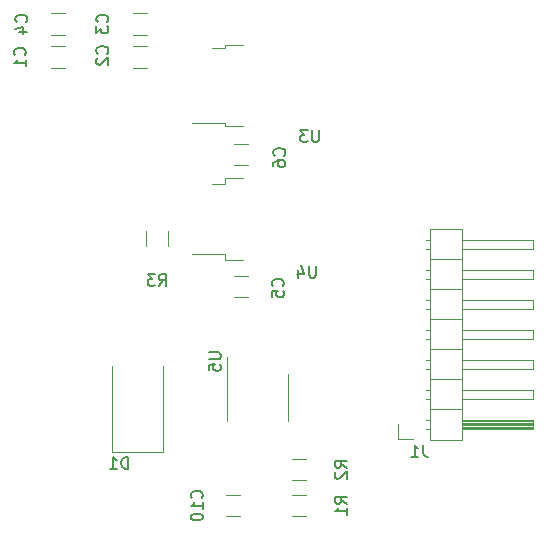
<source format=gbr>
G04 #@! TF.GenerationSoftware,KiCad,Pcbnew,5.1.5-1.fc30*
G04 #@! TF.CreationDate,2020-12-14T14:28:46-06:00*
G04 #@! TF.ProjectId,auxiliary_power,61757869-6c69-4617-9279-5f706f776572,rev?*
G04 #@! TF.SameCoordinates,Original*
G04 #@! TF.FileFunction,Legend,Bot*
G04 #@! TF.FilePolarity,Positive*
%FSLAX46Y46*%
G04 Gerber Fmt 4.6, Leading zero omitted, Abs format (unit mm)*
G04 Created by KiCad (PCBNEW 5.1.5-1.fc30) date 2020-12-14 14:28:46*
%MOMM*%
%LPD*%
G04 APERTURE LIST*
%ADD10C,0.120000*%
%ADD11C,0.150000*%
G04 APERTURE END LIST*
D10*
X108664000Y-87828000D02*
X107564000Y-87828000D01*
X108664000Y-87358000D02*
X108664000Y-87828000D01*
X110164000Y-87358000D02*
X108664000Y-87358000D01*
X108664000Y-93788000D02*
X105834000Y-93788000D01*
X108664000Y-94258000D02*
X108664000Y-93788000D01*
X110164000Y-94258000D02*
X108664000Y-94258000D01*
X101960000Y-93058064D02*
X101960000Y-91853936D01*
X103780000Y-93058064D02*
X103780000Y-91853936D01*
X108819000Y-105918000D02*
X108819000Y-102468000D01*
X108819000Y-105918000D02*
X108819000Y-107868000D01*
X113939000Y-105918000D02*
X113939000Y-103968000D01*
X113939000Y-105918000D02*
X113939000Y-107868000D01*
X108655000Y-76322000D02*
X107555000Y-76322000D01*
X108655000Y-76052000D02*
X108655000Y-76322000D01*
X110155000Y-76052000D02*
X108655000Y-76052000D01*
X108655000Y-82682000D02*
X105825000Y-82682000D01*
X108655000Y-82952000D02*
X108655000Y-82682000D01*
X110155000Y-82952000D02*
X108655000Y-82952000D01*
X115537064Y-112924000D02*
X114332936Y-112924000D01*
X115537064Y-111104000D02*
X114332936Y-111104000D01*
X114332936Y-114152000D02*
X115537064Y-114152000D01*
X114332936Y-115972000D02*
X115537064Y-115972000D01*
X123317000Y-109474000D02*
X124587000Y-109474000D01*
X123317000Y-108204000D02*
X123317000Y-109474000D01*
X125629929Y-92584000D02*
X126027000Y-92584000D01*
X125629929Y-93344000D02*
X126027000Y-93344000D01*
X134687000Y-92584000D02*
X128687000Y-92584000D01*
X134687000Y-93344000D02*
X134687000Y-92584000D01*
X128687000Y-93344000D02*
X134687000Y-93344000D01*
X126027000Y-94234000D02*
X128687000Y-94234000D01*
X125629929Y-95124000D02*
X126027000Y-95124000D01*
X125629929Y-95884000D02*
X126027000Y-95884000D01*
X134687000Y-95124000D02*
X128687000Y-95124000D01*
X134687000Y-95884000D02*
X134687000Y-95124000D01*
X128687000Y-95884000D02*
X134687000Y-95884000D01*
X126027000Y-96774000D02*
X128687000Y-96774000D01*
X125629929Y-97664000D02*
X126027000Y-97664000D01*
X125629929Y-98424000D02*
X126027000Y-98424000D01*
X134687000Y-97664000D02*
X128687000Y-97664000D01*
X134687000Y-98424000D02*
X134687000Y-97664000D01*
X128687000Y-98424000D02*
X134687000Y-98424000D01*
X126027000Y-99314000D02*
X128687000Y-99314000D01*
X125629929Y-100204000D02*
X126027000Y-100204000D01*
X125629929Y-100964000D02*
X126027000Y-100964000D01*
X134687000Y-100204000D02*
X128687000Y-100204000D01*
X134687000Y-100964000D02*
X134687000Y-100204000D01*
X128687000Y-100964000D02*
X134687000Y-100964000D01*
X126027000Y-101854000D02*
X128687000Y-101854000D01*
X125629929Y-102744000D02*
X126027000Y-102744000D01*
X125629929Y-103504000D02*
X126027000Y-103504000D01*
X134687000Y-102744000D02*
X128687000Y-102744000D01*
X134687000Y-103504000D02*
X134687000Y-102744000D01*
X128687000Y-103504000D02*
X134687000Y-103504000D01*
X126027000Y-104394000D02*
X128687000Y-104394000D01*
X125629929Y-105284000D02*
X126027000Y-105284000D01*
X125629929Y-106044000D02*
X126027000Y-106044000D01*
X134687000Y-105284000D02*
X128687000Y-105284000D01*
X134687000Y-106044000D02*
X134687000Y-105284000D01*
X128687000Y-106044000D02*
X134687000Y-106044000D01*
X126027000Y-106934000D02*
X128687000Y-106934000D01*
X125697000Y-107824000D02*
X126027000Y-107824000D01*
X125697000Y-108584000D02*
X126027000Y-108584000D01*
X128687000Y-107924000D02*
X134687000Y-107924000D01*
X128687000Y-108044000D02*
X134687000Y-108044000D01*
X128687000Y-108164000D02*
X134687000Y-108164000D01*
X128687000Y-108284000D02*
X134687000Y-108284000D01*
X128687000Y-108404000D02*
X134687000Y-108404000D01*
X128687000Y-108524000D02*
X134687000Y-108524000D01*
X134687000Y-107824000D02*
X128687000Y-107824000D01*
X134687000Y-108584000D02*
X134687000Y-107824000D01*
X128687000Y-108584000D02*
X134687000Y-108584000D01*
X128687000Y-109534000D02*
X126027000Y-109534000D01*
X128687000Y-91634000D02*
X128687000Y-109534000D01*
X126027000Y-91634000D02*
X128687000Y-91634000D01*
X126027000Y-109534000D02*
X126027000Y-91634000D01*
X103369000Y-110518000D02*
X103369000Y-103218000D01*
X99069000Y-110518000D02*
X99069000Y-103218000D01*
X103369000Y-110518000D02*
X99069000Y-110518000D01*
X108744936Y-114152000D02*
X109949064Y-114152000D01*
X108744936Y-115972000D02*
X109949064Y-115972000D01*
X109379936Y-84434000D02*
X110584064Y-84434000D01*
X109379936Y-86254000D02*
X110584064Y-86254000D01*
X109379936Y-95610000D02*
X110584064Y-95610000D01*
X109379936Y-97430000D02*
X110584064Y-97430000D01*
X93885936Y-73385000D02*
X95090064Y-73385000D01*
X93885936Y-75205000D02*
X95090064Y-75205000D01*
X100870936Y-73385000D02*
X102075064Y-73385000D01*
X100870936Y-75205000D02*
X102075064Y-75205000D01*
X100870936Y-76179000D02*
X102075064Y-76179000D01*
X100870936Y-77999000D02*
X102075064Y-77999000D01*
X93885936Y-76179000D02*
X95090064Y-76179000D01*
X93885936Y-77999000D02*
X95090064Y-77999000D01*
D11*
X116331904Y-94760380D02*
X116331904Y-95569904D01*
X116284285Y-95665142D01*
X116236666Y-95712761D01*
X116141428Y-95760380D01*
X115950952Y-95760380D01*
X115855714Y-95712761D01*
X115808095Y-95665142D01*
X115760476Y-95569904D01*
X115760476Y-94760380D01*
X114855714Y-95093714D02*
X114855714Y-95760380D01*
X115093809Y-94712761D02*
X115331904Y-95427047D01*
X114712857Y-95427047D01*
X103036666Y-96464380D02*
X103370000Y-95988190D01*
X103608095Y-96464380D02*
X103608095Y-95464380D01*
X103227142Y-95464380D01*
X103131904Y-95512000D01*
X103084285Y-95559619D01*
X103036666Y-95654857D01*
X103036666Y-95797714D01*
X103084285Y-95892952D01*
X103131904Y-95940571D01*
X103227142Y-95988190D01*
X103608095Y-95988190D01*
X102703333Y-95464380D02*
X102084285Y-95464380D01*
X102417619Y-95845333D01*
X102274761Y-95845333D01*
X102179523Y-95892952D01*
X102131904Y-95940571D01*
X102084285Y-96035809D01*
X102084285Y-96273904D01*
X102131904Y-96369142D01*
X102179523Y-96416761D01*
X102274761Y-96464380D01*
X102560476Y-96464380D01*
X102655714Y-96416761D01*
X102703333Y-96369142D01*
X107275380Y-102108095D02*
X108084904Y-102108095D01*
X108180142Y-102155714D01*
X108227761Y-102203333D01*
X108275380Y-102298571D01*
X108275380Y-102489047D01*
X108227761Y-102584285D01*
X108180142Y-102631904D01*
X108084904Y-102679523D01*
X107275380Y-102679523D01*
X107275380Y-103631904D02*
X107275380Y-103155714D01*
X107751571Y-103108095D01*
X107703952Y-103155714D01*
X107656333Y-103250952D01*
X107656333Y-103489047D01*
X107703952Y-103584285D01*
X107751571Y-103631904D01*
X107846809Y-103679523D01*
X108084904Y-103679523D01*
X108180142Y-103631904D01*
X108227761Y-103584285D01*
X108275380Y-103489047D01*
X108275380Y-103250952D01*
X108227761Y-103155714D01*
X108180142Y-103108095D01*
X116585904Y-83272380D02*
X116585904Y-84081904D01*
X116538285Y-84177142D01*
X116490666Y-84224761D01*
X116395428Y-84272380D01*
X116204952Y-84272380D01*
X116109714Y-84224761D01*
X116062095Y-84177142D01*
X116014476Y-84081904D01*
X116014476Y-83272380D01*
X115633523Y-83272380D02*
X115014476Y-83272380D01*
X115347809Y-83653333D01*
X115204952Y-83653333D01*
X115109714Y-83700952D01*
X115062095Y-83748571D01*
X115014476Y-83843809D01*
X115014476Y-84081904D01*
X115062095Y-84177142D01*
X115109714Y-84224761D01*
X115204952Y-84272380D01*
X115490666Y-84272380D01*
X115585904Y-84224761D01*
X115633523Y-84177142D01*
X118943380Y-111847333D02*
X118467190Y-111514000D01*
X118943380Y-111275904D02*
X117943380Y-111275904D01*
X117943380Y-111656857D01*
X117991000Y-111752095D01*
X118038619Y-111799714D01*
X118133857Y-111847333D01*
X118276714Y-111847333D01*
X118371952Y-111799714D01*
X118419571Y-111752095D01*
X118467190Y-111656857D01*
X118467190Y-111275904D01*
X118038619Y-112228285D02*
X117991000Y-112275904D01*
X117943380Y-112371142D01*
X117943380Y-112609238D01*
X117991000Y-112704476D01*
X118038619Y-112752095D01*
X118133857Y-112799714D01*
X118229095Y-112799714D01*
X118371952Y-112752095D01*
X118943380Y-112180666D01*
X118943380Y-112799714D01*
X118943380Y-114895333D02*
X118467190Y-114562000D01*
X118943380Y-114323904D02*
X117943380Y-114323904D01*
X117943380Y-114704857D01*
X117991000Y-114800095D01*
X118038619Y-114847714D01*
X118133857Y-114895333D01*
X118276714Y-114895333D01*
X118371952Y-114847714D01*
X118419571Y-114800095D01*
X118467190Y-114704857D01*
X118467190Y-114323904D01*
X118943380Y-115847714D02*
X118943380Y-115276285D01*
X118943380Y-115562000D02*
X117943380Y-115562000D01*
X118086238Y-115466761D01*
X118181476Y-115371523D01*
X118229095Y-115276285D01*
X125428333Y-109942380D02*
X125428333Y-110656666D01*
X125475952Y-110799523D01*
X125571190Y-110894761D01*
X125714047Y-110942380D01*
X125809285Y-110942380D01*
X124428333Y-110942380D02*
X124999761Y-110942380D01*
X124714047Y-110942380D02*
X124714047Y-109942380D01*
X124809285Y-110085238D01*
X124904523Y-110180476D01*
X124999761Y-110228095D01*
X100433095Y-111958380D02*
X100433095Y-110958380D01*
X100195000Y-110958380D01*
X100052142Y-111006000D01*
X99956904Y-111101238D01*
X99909285Y-111196476D01*
X99861666Y-111386952D01*
X99861666Y-111529809D01*
X99909285Y-111720285D01*
X99956904Y-111815523D01*
X100052142Y-111910761D01*
X100195000Y-111958380D01*
X100433095Y-111958380D01*
X98909285Y-111958380D02*
X99480714Y-111958380D01*
X99195000Y-111958380D02*
X99195000Y-110958380D01*
X99290238Y-111101238D01*
X99385476Y-111196476D01*
X99480714Y-111244095D01*
X106656142Y-114419142D02*
X106703761Y-114371523D01*
X106751380Y-114228666D01*
X106751380Y-114133428D01*
X106703761Y-113990571D01*
X106608523Y-113895333D01*
X106513285Y-113847714D01*
X106322809Y-113800095D01*
X106179952Y-113800095D01*
X105989476Y-113847714D01*
X105894238Y-113895333D01*
X105799000Y-113990571D01*
X105751380Y-114133428D01*
X105751380Y-114228666D01*
X105799000Y-114371523D01*
X105846619Y-114419142D01*
X106751380Y-115371523D02*
X106751380Y-114800095D01*
X106751380Y-115085809D02*
X105751380Y-115085809D01*
X105894238Y-114990571D01*
X105989476Y-114895333D01*
X106037095Y-114800095D01*
X105751380Y-115990571D02*
X105751380Y-116085809D01*
X105799000Y-116181047D01*
X105846619Y-116228666D01*
X105941857Y-116276285D01*
X106132333Y-116323904D01*
X106370428Y-116323904D01*
X106560904Y-116276285D01*
X106656142Y-116228666D01*
X106703761Y-116181047D01*
X106751380Y-116085809D01*
X106751380Y-115990571D01*
X106703761Y-115895333D01*
X106656142Y-115847714D01*
X106560904Y-115800095D01*
X106370428Y-115752476D01*
X106132333Y-115752476D01*
X105941857Y-115800095D01*
X105846619Y-115847714D01*
X105799000Y-115895333D01*
X105751380Y-115990571D01*
X113644142Y-85431333D02*
X113691761Y-85383714D01*
X113739380Y-85240857D01*
X113739380Y-85145619D01*
X113691761Y-85002761D01*
X113596523Y-84907523D01*
X113501285Y-84859904D01*
X113310809Y-84812285D01*
X113167952Y-84812285D01*
X112977476Y-84859904D01*
X112882238Y-84907523D01*
X112787000Y-85002761D01*
X112739380Y-85145619D01*
X112739380Y-85240857D01*
X112787000Y-85383714D01*
X112834619Y-85431333D01*
X112739380Y-86288476D02*
X112739380Y-86098000D01*
X112787000Y-86002761D01*
X112834619Y-85955142D01*
X112977476Y-85859904D01*
X113167952Y-85812285D01*
X113548904Y-85812285D01*
X113644142Y-85859904D01*
X113691761Y-85907523D01*
X113739380Y-86002761D01*
X113739380Y-86193238D01*
X113691761Y-86288476D01*
X113644142Y-86336095D01*
X113548904Y-86383714D01*
X113310809Y-86383714D01*
X113215571Y-86336095D01*
X113167952Y-86288476D01*
X113120333Y-86193238D01*
X113120333Y-86002761D01*
X113167952Y-85907523D01*
X113215571Y-85859904D01*
X113310809Y-85812285D01*
X113514142Y-96480333D02*
X113561761Y-96432714D01*
X113609380Y-96289857D01*
X113609380Y-96194619D01*
X113561761Y-96051761D01*
X113466523Y-95956523D01*
X113371285Y-95908904D01*
X113180809Y-95861285D01*
X113037952Y-95861285D01*
X112847476Y-95908904D01*
X112752238Y-95956523D01*
X112657000Y-96051761D01*
X112609380Y-96194619D01*
X112609380Y-96289857D01*
X112657000Y-96432714D01*
X112704619Y-96480333D01*
X112609380Y-97385095D02*
X112609380Y-96908904D01*
X113085571Y-96861285D01*
X113037952Y-96908904D01*
X112990333Y-97004142D01*
X112990333Y-97242238D01*
X113037952Y-97337476D01*
X113085571Y-97385095D01*
X113180809Y-97432714D01*
X113418904Y-97432714D01*
X113514142Y-97385095D01*
X113561761Y-97337476D01*
X113609380Y-97242238D01*
X113609380Y-97004142D01*
X113561761Y-96908904D01*
X113514142Y-96861285D01*
X91797142Y-74128333D02*
X91844761Y-74080714D01*
X91892380Y-73937857D01*
X91892380Y-73842619D01*
X91844761Y-73699761D01*
X91749523Y-73604523D01*
X91654285Y-73556904D01*
X91463809Y-73509285D01*
X91320952Y-73509285D01*
X91130476Y-73556904D01*
X91035238Y-73604523D01*
X90940000Y-73699761D01*
X90892380Y-73842619D01*
X90892380Y-73937857D01*
X90940000Y-74080714D01*
X90987619Y-74128333D01*
X91225714Y-74985476D02*
X91892380Y-74985476D01*
X90844761Y-74747380D02*
X91559047Y-74509285D01*
X91559047Y-75128333D01*
X98655142Y-74128333D02*
X98702761Y-74080714D01*
X98750380Y-73937857D01*
X98750380Y-73842619D01*
X98702761Y-73699761D01*
X98607523Y-73604523D01*
X98512285Y-73556904D01*
X98321809Y-73509285D01*
X98178952Y-73509285D01*
X97988476Y-73556904D01*
X97893238Y-73604523D01*
X97798000Y-73699761D01*
X97750380Y-73842619D01*
X97750380Y-73937857D01*
X97798000Y-74080714D01*
X97845619Y-74128333D01*
X97750380Y-74461666D02*
X97750380Y-75080714D01*
X98131333Y-74747380D01*
X98131333Y-74890238D01*
X98178952Y-74985476D01*
X98226571Y-75033095D01*
X98321809Y-75080714D01*
X98559904Y-75080714D01*
X98655142Y-75033095D01*
X98702761Y-74985476D01*
X98750380Y-74890238D01*
X98750380Y-74604523D01*
X98702761Y-74509285D01*
X98655142Y-74461666D01*
X98655142Y-76795333D02*
X98702761Y-76747714D01*
X98750380Y-76604857D01*
X98750380Y-76509619D01*
X98702761Y-76366761D01*
X98607523Y-76271523D01*
X98512285Y-76223904D01*
X98321809Y-76176285D01*
X98178952Y-76176285D01*
X97988476Y-76223904D01*
X97893238Y-76271523D01*
X97798000Y-76366761D01*
X97750380Y-76509619D01*
X97750380Y-76604857D01*
X97798000Y-76747714D01*
X97845619Y-76795333D01*
X97845619Y-77176285D02*
X97798000Y-77223904D01*
X97750380Y-77319142D01*
X97750380Y-77557238D01*
X97798000Y-77652476D01*
X97845619Y-77700095D01*
X97940857Y-77747714D01*
X98036095Y-77747714D01*
X98178952Y-77700095D01*
X98750380Y-77128666D01*
X98750380Y-77747714D01*
X91670142Y-76922333D02*
X91717761Y-76874714D01*
X91765380Y-76731857D01*
X91765380Y-76636619D01*
X91717761Y-76493761D01*
X91622523Y-76398523D01*
X91527285Y-76350904D01*
X91336809Y-76303285D01*
X91193952Y-76303285D01*
X91003476Y-76350904D01*
X90908238Y-76398523D01*
X90813000Y-76493761D01*
X90765380Y-76636619D01*
X90765380Y-76731857D01*
X90813000Y-76874714D01*
X90860619Y-76922333D01*
X91765380Y-77874714D02*
X91765380Y-77303285D01*
X91765380Y-77589000D02*
X90765380Y-77589000D01*
X90908238Y-77493761D01*
X91003476Y-77398523D01*
X91051095Y-77303285D01*
M02*

</source>
